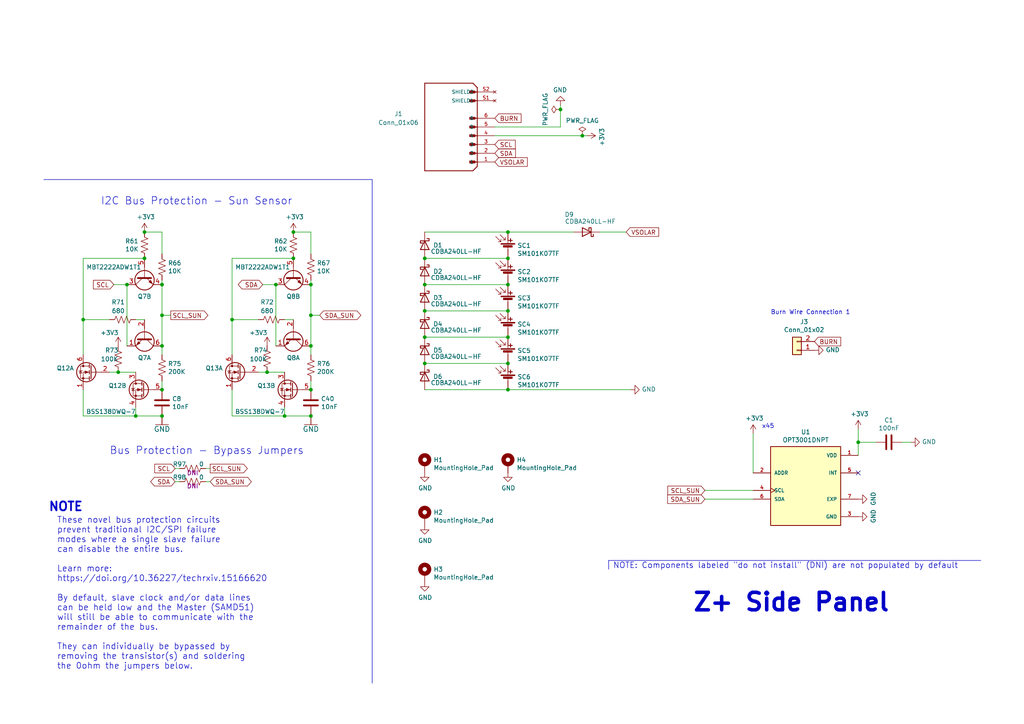
<source format=kicad_sch>
(kicad_sch (version 20230121) (generator eeschema)
  (paper "A4")
  (title_block (title "Sapling Z+ Side Panel") (date "2022-05-02") (rev "Flight Ver. 1") (company "Stanford SSI") (comment 1 "Grant Regen"))
  (lib_symbols
    (symbol "Connector_Generic:Conn_01x02" (pin_names (offset 1.016) hide)
      (property "Reference" "J" (at 0 2.54 0))
      (property "Value" "Conn_01x02" (at 0 -5.08 0))
      (symbol "Conn_01x02_1_1"
        (rectangle (start -1.27 -2.413) (end 0 -2.667) (stroke (width 0.1524)))
        (rectangle (start -1.27 0.127) (end 0 -0.127) (stroke (width 0.1524)))
        (rectangle (start -1.27 1.27) (end 1.27 -3.81) (stroke (width 0.254)) (fill (type background)))
        (pin passive line (at -5.08 0 0) (length 3.81) (name "Pin_1") (number "1"))
        (pin passive line (at -5.08 -2.54 0) (length 3.81) (name "Pin_2") (number "2"))
      )
    )
    (symbol "Device:C" (pin_numbers hide) (pin_names (offset 0.254))
      (property "Reference" "C" (at 0.635 2.54 0))
      (property "Value" "C" (at 0.635 -2.54 0))
      (symbol "C_0_1"
        (polyline (pts (xy -2.032 -0.762) (xy 2.032 -0.762)) (stroke (width 0.508)))
        (polyline (pts (xy -2.032 0.762) (xy 2.032 0.762)) (stroke (width 0.508)))
      )
      (symbol "C_1_1"
        (pin passive line (at 0 3.81 270) (length 2.794) (name "~") (number "1"))
        (pin passive line (at 0 -3.81 90) (length 2.794) (name "~") (number "2"))
      )
    )
    (symbol "Device:R_US" (pin_numbers hide) (pin_names (offset 0))
      (property "Reference" "R" (at 2.54 0 90))
      (property "Value" "R_US" (at -2.54 0 90))
      (symbol "R_US_0_1"
        (polyline (pts (xy 0 -2.286) (xy 0 -2.54)))
        (polyline (pts (xy 0 2.286) (xy 0 2.54)))
        (polyline (pts (xy 0 -0.762) (xy 1.016 -1.143) (xy 0 -1.524) (xy -1.016 -1.905) (xy 0 -2.286)))
        (polyline (pts (xy 0 0.762) (xy 1.016 0.381) (xy 0 0) (xy -1.016 -0.381) (xy 0 -0.762)))
        (polyline (pts (xy 0 2.286) (xy 1.016 1.905) (xy 0 1.524) (xy -1.016 1.143) (xy 0 0.762)))
      )
      (symbol "R_US_1_1"
        (pin passive line (at 0 3.81 270) (length 1.27) (name "~") (number "1"))
        (pin passive line (at 0 -3.81 90) (length 1.27) (name "~") (number "2"))
      )
    )
    (symbol "Mechanical:MountingHole_Pad" (pin_numbers hide) (pin_names (offset 1.016) hide)
      (property "Reference" "H" (at 0 6.35 0))
      (property "Value" "MountingHole_Pad" (at 0 4.445 0))
      (symbol "MountingHole_Pad_0_1"
        (circle (center 0 1.27) (radius 1.27) (stroke (width 1.27)))
      )
      (symbol "MountingHole_Pad_1_1"
        (pin input line (at 0 -2.54 90) (length 2.54) (name "1") (number "1"))
      )
    )
    (symbol "Transistor_BJT:MBT2222ADW1T1" (pin_names (offset 0) hide)
      (property "Reference" "Q" (at 5.08 1.27 0))
      (property "Value" "MBT2222ADW1T1" (at 5.08 -1.27 0))
      (symbol "MBT2222ADW1T1_0_1"
        (polyline (pts (xy 0.635 0) (xy -2.54 0)))
        (polyline (pts (xy 0.635 0.635) (xy 2.54 2.54)))
        (polyline (pts (xy 0.635 -0.635) (xy 2.54 -2.54) (xy 2.54 -2.54)))
        (polyline (pts (xy 0.635 1.905) (xy 0.635 -1.905) (xy 0.635 -1.905)) (stroke (width 0.508)))
        (polyline (pts (xy 1.27 -1.778) (xy 1.778 -1.27) (xy 2.286 -2.286) (xy 1.27 -1.778) (xy 1.27 -1.778)) (fill (type outline)))
        (circle (center 1.27 0) (radius 2.8194) (stroke (width 0.254)))
      )
      (symbol "MBT2222ADW1T1_1_1"
        (pin passive line (at 2.54 -5.08 90) (length 2.54) (name "E1") (number "1"))
        (pin input line (at -5.08 0 0) (length 2.54) (name "B1") (number "2"))
        (pin passive line (at 2.54 5.08 270) (length 2.54) (name "C1") (number "6"))
      )
      (symbol "MBT2222ADW1T1_2_1"
        (pin passive line (at 2.54 5.08 270) (length 2.54) (name "C2") (number "3"))
        (pin passive line (at 2.54 -5.08 90) (length 2.54) (name "E2") (number "4"))
        (pin input line (at -5.08 0 0) (length 2.54) (name "B2") (number "5"))
      )
    )
    (symbol "mainboard:GND" (power) (pin_names (offset 1.016))
      (property "Value" "GND" (at -2.54 -2.54 0))
      (symbol "GND_1_0"
        (polyline (pts (xy -1.905 0) (xy 1.905 0)))
        (pin power_in line (at 0 2.54 270) (length 2.54) (name "GND") (number "1"))
      )
    )
    (symbol "power:+3.3V" (power) (pin_names (offset 0))
      (property "Value" "+3.3V" (at 0 3.556 0))
      (symbol "+3.3V_0_1"
        (polyline (pts (xy -0.762 1.27) (xy 0 2.54)))
        (polyline (pts (xy 0 0) (xy 0 2.54)))
        (polyline (pts (xy 0 2.54) (xy 0.762 1.27)))
      )
      (symbol "+3.3V_1_1"
        (pin power_in line (at 0 0 90) (length 0) hide (name "+3V3") (number "1"))
      )
    )
    (symbol "power:GND" (power) (pin_names (offset 0))
      (property "Value" "GND" (at 0 -3.81 0))
      (symbol "GND_0_1"
        (polyline (pts (xy 0 0) (xy 0 -1.27) (xy 1.27 -1.27) (xy 0 -2.54) (xy -1.27 -1.27) (xy 0 -1.27)))
      )
      (symbol "GND_1_1"
        (pin power_in line (at 0 0 270) (length 0) hide (name "GND") (number "1"))
      )
    )
    (symbol "power:PWR_FLAG" (power) (pin_numbers hide) (pin_names (offset 0) hide)
      (property "Value" "PWR_FLAG" (at 0 3.81 0))
      (symbol "PWR_FLAG_0_0"
        (pin power_out line (at 0 0 90) (length 0) (name "pwr") (number "1"))
      )
      (symbol "PWR_FLAG_0_1"
        (polyline (pts (xy 0 0) (xy 0 1.27) (xy -1.016 1.905) (xy 0 2.54) (xy 1.016 1.905) (xy 0 1.27)))
      )
    )
    (symbol "sidepanels:2053380006" (pin_names (offset 1.016))
      (property "Reference" "J" (at -7.62 13.97 0))
      (property "Value" "2053380006" (at -7.62 -15.24 0))
      (symbol "2053380006_0_0"
        (rectangle (start -6.985 -10.4648) (end -5.3848 -9.8298) (fill (type outline)))
        (rectangle (start -6.985 -7.9248) (end -5.3848 -7.2898) (fill (type outline)))
        (rectangle (start -6.985 -2.8448) (end -5.3848 -2.2098) (fill (type outline)))
        (rectangle (start -6.985 -0.3048) (end -5.3848 0.3048) (fill (type outline)))
        (rectangle (start -6.985 2.2098) (end -5.3848 2.8448) (fill (type outline)))
        (rectangle (start -6.985 4.7498) (end -5.3848 5.3848) (fill (type outline)))
        (rectangle (start -6.985 7.2898) (end -5.3848 7.9248) (fill (type outline)))
        (rectangle (start -6.985 9.8298) (end -5.3848 10.4648) (fill (type outline)))
        (polyline (pts (xy -7.62 -11.43) (xy -6.35 -12.7)) (stroke (width 0.254)))
        (polyline (pts (xy -7.62 -10.16) (xy -5.715 -10.16)) (stroke (width 0.254)))
        (polyline (pts (xy -7.62 -7.62) (xy -5.715 -7.62)) (stroke (width 0.254)))
        (polyline (pts (xy -7.62 -2.54) (xy -7.62 -11.43)) (stroke (width 0.254)))
        (polyline (pts (xy -7.62 -2.54) (xy -5.715 -2.54)) (stroke (width 0.254)))
        (polyline (pts (xy -7.62 0) (xy -7.62 -2.54)) (stroke (width 0.254)))
        (polyline (pts (xy -7.62 0) (xy -5.715 0)) (stroke (width 0.254)))
        (polyline (pts (xy -7.62 2.54) (xy -7.62 0)) (stroke (width 0.254)))
        (polyline (pts (xy -7.62 2.54) (xy -5.715 2.54)) (stroke (width 0.254)))
        (polyline (pts (xy -7.62 5.08) (xy -7.62 2.54)) (stroke (width 0.254)))
        (polyline (pts (xy -7.62 5.08) (xy -5.715 5.08)) (stroke (width 0.254)))
        (polyline (pts (xy -7.62 7.62) (xy -5.715 7.62)) (stroke (width 0.254)))
        (polyline (pts (xy -7.62 10.16) (xy -5.715 10.16)) (stroke (width 0.254)))
        (polyline (pts (xy -7.62 11.43) (xy -7.62 5.08)) (stroke (width 0.254)))
        (polyline (pts (xy -7.62 11.43) (xy -6.35 12.7)) (stroke (width 0.254)))
        (polyline (pts (xy -6.35 -12.7) (xy 7.62 -12.7)) (stroke (width 0.254)))
        (polyline (pts (xy 7.62 -12.7) (xy 7.62 12.7)) (stroke (width 0.254)))
        (polyline (pts (xy 7.62 12.7) (xy -6.35 12.7)) (stroke (width 0.254)))
        (pin passive line (at -12.7 10.16 0) (length 5.08) (name "1") (number "1"))
        (pin passive line (at -12.7 7.62 0) (length 5.08) (name "2") (number "2"))
        (pin passive line (at -12.7 5.08 0) (length 5.08) (name "3") (number "3"))
        (pin passive line (at -12.7 2.54 0) (length 5.08) (name "4") (number "4"))
        (pin passive line (at -12.7 0 0) (length 5.08) (name "5") (number "5"))
        (pin passive line (at -12.7 -2.54 0) (length 5.08) (name "6") (number "6"))
        (pin no_connect line (at -12.7 -7.62 0) (length 5.08) (name "SHIELD1") (number "S1"))
        (pin no_connect line (at -12.7 -10.16 0) (length 5.08) (name "SHIELD2") (number "S2"))
      )
    )
    (symbol "sidepanels:BSS138DWQ-7" (pin_names (offset 0.762) hide)
      (property "Reference" "Q" (at -2.54 5.08 0))
      (property "Value" "BSS138DWQ-7" (at 3.81 6.35 0))
      (symbol "BSS138DWQ-7_1_1"
        (polyline (pts (xy -1.016 0) (xy -3.81 0)))
        (polyline (pts (xy -1.016 1.905) (xy -1.016 -1.905)) (stroke (width 0.254)))
        (polyline (pts (xy -0.508 -1.27) (xy -0.508 -2.286)) (stroke (width 0.254)))
        (polyline (pts (xy -0.508 0.508) (xy -0.508 -0.508)) (stroke (width 0.254)))
        (polyline (pts (xy -0.508 2.286) (xy -0.508 1.27)) (stroke (width 0.254)))
        (polyline (pts (xy 1.27 2.54) (xy 1.27 1.778)))
        (polyline (pts (xy 1.27 -2.54) (xy 1.27 0) (xy -0.508 0)))
        (polyline (pts (xy -0.508 -1.778) (xy 2.032 -1.778) (xy 2.032 1.778) (xy -0.508 1.778)))
        (polyline (pts (xy -0.254 0) (xy 0.762 0.381) (xy 0.762 -0.381) (xy -0.254 0)) (fill (type outline)))
        (polyline (pts (xy 1.524 0.508) (xy 1.651 0.381) (xy 2.413 0.381) (xy 2.54 0.254)))
        (polyline (pts (xy 2.032 0.381) (xy 1.651 -0.254) (xy 2.413 -0.254) (xy 2.032 0.381)))
        (circle (center 0.381 0) (radius 2.794) (stroke (width 0.254)))
        (circle (center 1.27 -1.778) (radius 0.254) (fill (type outline)))
        (circle (center 1.27 1.778) (radius 0.254) (fill (type outline)))
        (pin passive line (at 1.27 -5.08 90) (length 2.54) (name "S2") (number "1"))
        (pin input line (at -6.35 0 0) (length 2.54) (name "G2") (number "2"))
        (pin passive line (at 1.27 5.08 270) (length 2.54) (name "D1") (number "6"))
      )
      (symbol "BSS138DWQ-7_2_1"
        (polyline (pts (xy -1.016 0) (xy -3.81 0)))
        (polyline (pts (xy -1.016 1.905) (xy -1.016 -1.905)) (stroke (width 0.254)))
        (polyline (pts (xy -0.508 -1.27) (xy -0.508 -2.286)) (stroke (width 0.254)))
        (polyline (pts (xy -0.508 0.508) (xy -0.508 -0.508)) (stroke (width 0.254)))
        (polyline (pts (xy -0.508 2.286) (xy -0.508 1.27)) (stroke (width 0.254)))
        (polyline (pts (xy 1.27 2.54) (xy 1.27 1.778)))
        (polyline (pts (xy 1.27 -2.54) (xy 1.27 0) (xy -0.508 0)))
        (polyline (pts (xy -0.508 -1.778) (xy 2.032 -1.778) (xy 2.032 1.778) (xy -0.508 1.778)))
        (polyline (pts (xy -0.254 0) (xy 0.762 0.381) (xy 0.762 -0.381) (xy -0.254 0)) (fill (type outline)))
        (polyline (pts (xy 1.524 0.508) (xy 1.651 0.381) (xy 2.413 0.381) (xy 2.54 0.254)))
        (polyline (pts (xy 2.032 0.381) (xy 1.651 -0.254) (xy 2.413 -0.254) (xy 2.032 0.381)))
        (circle (center 0.381 0) (radius 2.794) (stroke (width 0.254)))
        (circle (center 1.27 -1.778) (radius 0.254) (fill (type outline)))
        (circle (center 1.27 1.778) (radius 0.254) (fill (type outline)))
        (pin passive line (at 1.27 5.08 270) (length 2.54) (name "D2") (number "3"))
        (pin passive line (at 1.27 -5.08 90) (length 2.54) (name "S1") (number "4"))
        (pin input line (at -6.35 0 0) (length 2.54) (name "G1") (number "5"))
      )
    )
    (symbol "sidepanels:CDBA240LL-HF" (pin_numbers hide) (pin_names (offset 1.016) hide)
      (property "Reference" "D" (at 0 2.54 0))
      (property "Value" "CDBA240LL-HF" (at 0 -2.54 0))
      (symbol "CDBA240LL-HF_0_1"
        (polyline (pts (xy 1.27 0) (xy -1.27 0)))
        (polyline (pts (xy 1.27 1.27) (xy 1.27 -1.27) (xy -1.27 0) (xy 1.27 1.27)) (stroke (width 0.254)))
        (polyline (pts (xy -1.905 0.635) (xy -1.905 1.27) (xy -1.27 1.27) (xy -1.27 -1.27) (xy -0.635 -1.27) (xy -0.635 -0.635)) (stroke (width 0.254)))
      )
      (symbol "CDBA240LL-HF_1_1"
        (pin passive line (at -3.81 0 0) (length 2.54) (name "K") (number "1"))
        (pin passive line (at 3.81 0 180) (length 2.54) (name "A") (number "2"))
      )
    )
    (symbol "sidepanels:OPT3001DNPT" (pin_names (offset 1.016))
      (property "Reference" "U" (at -10.16 13.97 0))
      (property "Value" "OPT3001DNPT" (at -6.35 -12.7 0))
      (symbol "OPT3001DNPT_0_0"
        (rectangle (start -10.16 -10.16) (end 10.16 12.7) (stroke (width 0.254)) (fill (type background)))
        (pin power_in line (at 15.24 10.16 180) (length 5.08) (name "VDD") (number "1"))
        (pin input line (at -15.24 5.08 0) (length 5.08) (name "ADDR") (number "2"))
        (pin power_in line (at 15.24 -7.62 180) (length 5.08) (name "GND") (number "3"))
        (pin input clock (at -15.24 0 0) (length 5.08) (name "SCL") (number "4"))
        (pin output line (at 15.24 5.08 180) (length 5.08) (name "INT") (number "5"))
        (pin bidirectional line (at -15.24 -2.54 0) (length 5.08) (name "SDA") (number "6"))
        (pin passive line (at 15.24 -2.54 180) (length 5.08) (name "EXP") (number "7"))
      )
    )
    (symbol "sidepanels:SM101K07TF" (pin_numbers hide) (pin_names (offset 0) hide)
      (property "Reference" "SC" (at 2.54 2.54 0))
      (property "Value" "SM101K07TF" (at 2.54 0 0))
      (symbol "SM101K07TF_0_1"
        (rectangle (start -2.032 1.778) (end 2.032 1.524) (fill (type outline)))
        (rectangle (start -1.3208 1.1938) (end 1.27 0.6858) (fill (type outline)))
        (polyline (pts (xy -2.032 2.286) (xy -3.556 3.81)))
        (polyline (pts (xy -0.762 2.794) (xy -2.286 4.318)))
        (polyline (pts (xy 0 0.762) (xy 0 0)))
        (polyline (pts (xy 0 1.778) (xy 0 2.54)))
        (polyline (pts (xy 0.254 2.667) (xy 1.27 2.667)) (stroke (width 0.254)))
        (polyline (pts (xy 0.762 3.175) (xy 0.762 2.159)) (stroke (width 0.254)))
        (polyline (pts (xy -2.032 3.048) (xy -2.032 2.286) (xy -2.794 2.286)))
        (polyline (pts (xy -0.762 3.556) (xy -0.762 2.794) (xy -1.524 2.794)))
      )
      (symbol "SM101K07TF_1_1"
        (pin passive line (at 0 5.08 270) (length 2.54) (name "+") (number "1"))
        (pin passive line (at 0 -2.54 90) (length 2.54) (name "-") (number "2"))
      )
    )
  )
  (junction (at 46.99 91.44))
  (junction (at 123.19 82.55))
  (junction (at 34.29 107.95))
  (junction (at 248.92 128.27))
  (junction (at 46.99 120.65))
  (junction (at 67.31 92.71))
  (junction (at 147.32 82.55))
  (junction (at 85.09 67.31))
  (junction (at 90.17 100.33))
  (junction (at 168.91 39.37))
  (junction (at 39.37 120.65))
  (junction (at 147.32 74.93))
  (junction (at 123.19 105.41))
  (junction (at 85.09 74.93))
  (junction (at 147.32 67.31))
  (junction (at 90.17 120.65))
  (junction (at 162.56 31.75))
  (junction (at 123.19 97.79))
  (junction (at 90.17 82.55))
  (junction (at 147.32 97.79))
  (junction (at 41.91 67.31))
  (junction (at 80.01 82.55))
  (junction (at 90.17 91.44))
  (junction (at 147.32 105.41))
  (junction (at 123.19 74.93))
  (junction (at 46.99 100.33))
  (junction (at 123.19 90.17))
  (junction (at 90.17 113.03))
  (junction (at 82.55 120.65))
  (junction (at 24.13 92.71))
  (junction (at 147.32 90.17))
  (junction (at 147.32 113.03))
  (junction (at 41.91 74.93))
  (junction (at 36.83 82.55))
  (junction (at 46.99 113.03))
  (junction (at 46.99 82.55))
  (junction (at 77.47 107.95))
  (no_connect (at 248.92 137.16))
  (wire (pts (xy 24.13 113.03) (xy 24.13 120.65)))
  (wire (pts (xy 46.99 110.49) (xy 46.99 113.03)))
  (wire (pts (xy 123.19 105.41) (xy 147.32 105.41)))
  (wire (pts (xy 46.99 91.44) (xy 46.99 82.55)))
  (wire (pts (xy 254 128.27) (xy 248.92 128.27)))
  (wire (pts (xy 123.19 82.55) (xy 147.32 82.55)))
  (wire (pts (xy 173.99 67.31) (xy 181.61 67.31)))
  (wire (pts (xy 39.37 120.65) (xy 46.99 120.65)))
  (wire (pts (xy 90.17 73.66) (xy 90.17 67.31)))
  (wire (pts (xy 143.51 36.83) (xy 162.56 36.83)))
  (wire (pts (xy 50.8 139.7) (xy 52.07 139.7)))
  (wire (pts (xy 24.13 102.87) (xy 24.13 92.71)))
  (polyline (pts (xy 107.95 52.07) (xy 107.95 198.12)))
  (wire (pts (xy 41.91 92.71) (xy 39.37 92.71)))
  (wire (pts (xy 36.83 82.55) (xy 36.83 100.33)))
  (wire (pts (xy 123.19 113.03) (xy 147.32 113.03)))
  (wire (pts (xy 46.99 100.33) (xy 46.99 91.44)))
  (wire (pts (xy 168.91 39.37) (xy 170.18 39.37)))
  (wire (pts (xy 24.13 74.93) (xy 41.91 74.93)))
  (wire (pts (xy 24.13 92.71) (xy 31.75 92.71)))
  (wire (pts (xy 60.96 135.89) (xy 59.69 135.89)))
  (wire (pts (xy 80.01 82.55) (xy 80.01 100.33)))
  (wire (pts (xy 248.92 132.08) (xy 248.92 128.27)))
  (wire (pts (xy 46.99 102.87) (xy 46.99 100.33)))
  (wire (pts (xy 39.37 107.95) (xy 34.29 107.95)))
  (wire (pts (xy 147.32 113.03) (xy 182.88 113.03)))
  (wire (pts (xy 39.37 118.11) (xy 39.37 120.65)))
  (wire (pts (xy 90.17 100.33) (xy 90.17 91.44)))
  (wire (pts (xy 123.19 67.31) (xy 147.32 67.31)))
  (wire (pts (xy 34.29 107.95) (xy 31.75 107.95)))
  (wire (pts (xy 82.55 107.95) (xy 77.47 107.95)))
  (wire (pts (xy 143.51 39.37) (xy 168.91 39.37)))
  (wire (pts (xy 67.31 74.93) (xy 85.09 74.93)))
  (wire (pts (xy 77.47 107.95) (xy 74.93 107.95)))
  (wire (pts (xy 248.92 128.27) (xy 248.92 124.46)))
  (wire (pts (xy 90.17 102.87) (xy 90.17 100.33)))
  (wire (pts (xy 90.17 67.31) (xy 85.09 67.31)))
  (wire (pts (xy 162.56 31.75) (xy 162.56 30.48)))
  (wire (pts (xy 204.47 142.24) (xy 218.44 142.24)))
  (wire (pts (xy 85.09 92.71) (xy 82.55 92.71)))
  (wire (pts (xy 67.31 102.87) (xy 67.31 92.71)))
  (wire (pts (xy 90.17 81.28) (xy 90.17 82.55)))
  (wire (pts (xy 76.2 82.55) (xy 80.01 82.55)))
  (wire (pts (xy 24.13 92.71) (xy 24.13 74.93)))
  (wire (pts (xy 33.02 82.55) (xy 36.83 82.55)))
  (wire (pts (xy 82.55 120.65) (xy 90.17 120.65)))
  (wire (pts (xy 67.31 113.03) (xy 67.31 120.65)))
  (wire (pts (xy 162.56 36.83) (xy 162.56 31.75)))
  (wire (pts (xy 67.31 120.65) (xy 82.55 120.65)))
  (polyline (pts (xy 176.53 162.56) (xy 284.48 162.56)))
  (wire (pts (xy 49.53 91.44) (xy 46.99 91.44)))
  (wire (pts (xy 82.55 118.11) (xy 82.55 120.65)))
  (wire (pts (xy 92.71 91.44) (xy 90.17 91.44)))
  (wire (pts (xy 46.99 73.66) (xy 46.99 67.31)))
  (wire (pts (xy 46.99 81.28) (xy 46.99 82.55)))
  (polyline (pts (xy 176.53 165.1) (xy 176.53 162.56)))
  (wire (pts (xy 60.96 139.7) (xy 59.69 139.7)))
  (wire (pts (xy 261.62 128.27) (xy 264.16 128.27)))
  (wire (pts (xy 123.19 90.17) (xy 147.32 90.17)))
  (polyline (pts (xy 107.95 52.07) (xy 12.7 52.07)))
  (wire (pts (xy 218.44 137.16) (xy 218.44 125.73)))
  (wire (pts (xy 24.13 120.65) (xy 39.37 120.65)))
  (wire (pts (xy 50.8 135.89) (xy 52.07 135.89)))
  (wire (pts (xy 166.37 67.31) (xy 147.32 67.31)))
  (wire (pts (xy 67.31 92.71) (xy 74.93 92.71)))
  (wire (pts (xy 204.47 144.78) (xy 218.44 144.78)))
  (wire (pts (xy 123.19 74.93) (xy 147.32 74.93)))
  (wire (pts (xy 123.19 97.79) (xy 147.32 97.79)))
  (wire (pts (xy 90.17 110.49) (xy 90.17 113.03)))
  (wire (pts (xy 67.31 92.71) (xy 67.31 74.93)))
  (wire (pts (xy 90.17 91.44) (xy 90.17 82.55)))
  (wire (pts (xy 46.99 67.31) (xy 41.91 67.31)))
  (text "Burn Wire Connection 1\n" (at 223.52 91.44 0) (effects (font (size 1.27 1.27)) (justify left bottom)))
  (text "These novel bus protection circuits\nprevent traditional I2C/SPI failure \nmodes where a single slave failure\ncan disable the entire bus.\n\nLearn more: \nhttps://doi.org/10.36227/techrxiv.15166620\n\nBy default, slave clock and/or data lines \ncan be held low and the Master (SAMD51) \nwill still be able to communicate with the \nremainder of the bus.\n\nThey can individually be bypassed by \nremoving the transistor(s) and soldering\nthe 0ohm the jumpers below." (at 16.51 194.31 0) (effects (font (size 1.7526 1.7526)) (justify left bottom)))
  (text "Z+ Side Panel" (at 200.66 177.8 0) (effects (font (size 5.08 5.08) (thickness 1.016) bold) (justify left bottom)))
  (text "x45" (at 220.98 124.46 0) (effects (font (size 1.27 1.27)) (justify left bottom)))
  (text "NOTE: Components labeled \"do not install\" (DNI) are not populated by default" (at 177.8 165.1 0) (effects (font (size 1.651 1.651)) (justify left bottom)))
  (text "I2C Bus Protection - Sun Sensor" (at 29.21 59.69 0) (effects (font (size 2.159 2.159)) (justify left bottom)))
  (text "NOTE" (at 13.97 148.59 0) (effects (font (size 2.54 2.54) (thickness 0.508) bold) (justify left bottom)))
  (text "Bus Protection - Bypass Jumpers" (at 31.75 132.08 0) (effects (font (size 2.159 2.159)) (justify left bottom)))
  (global_label "VSOLAR" (shape input) (at 181.61 67.31 0) (property "Intersheetrefs" "${INTERSHEET_REFS}" (effects hide)))
  (global_label "SCL" (shape input) (at 143.51 41.91 0) (property "Intersheetrefs" "${INTERSHEET_REFS}" (effects hide)))
  (global_label "SCL_SUN" (shape output) (at 49.53 91.44 0) (property "Intersheetrefs" "${INTERSHEET_REFS}" (effects hide)))
  (global_label "SDA" (shape bidirectional) (at 50.8 139.7 180) (property "Intersheetrefs" "${INTERSHEET_REFS}" (effects hide)))
  (global_label "BURN" (shape input) (at 143.51 34.29 0) (property "Intersheetrefs" "${INTERSHEET_REFS}" (effects hide)))
  (global_label "SCL_SUN" (shape output) (at 60.96 135.89 0) (property "Intersheetrefs" "${INTERSHEET_REFS}" (effects hide)))
  (global_label "SCL" (shape input) (at 33.02 82.55 180) (property "Intersheetrefs" "${INTERSHEET_REFS}" (effects hide)))
  (global_label "SCL" (shape input) (at 50.8 135.89 180) (property "Intersheetrefs" "${INTERSHEET_REFS}" (effects hide)))
  (global_label "SDA" (shape bidirectional) (at 76.2 82.55 180) (property "Intersheetrefs" "${INTERSHEET_REFS}" (effects hide)))
  (global_label "BURN" (shape input) (at 236.22 99.06 0) (property "Intersheetrefs" "${INTERSHEET_REFS}" (effects hide)))
  (global_label "SDA" (shape input) (at 143.51 44.45 0) (property "Intersheetrefs" "${INTERSHEET_REFS}" (effects hide)))
  (global_label "SDA_SUN" (shape bidirectional) (at 60.96 139.7 0) (property "Intersheetrefs" "${INTERSHEET_REFS}" (effects hide)))
  (global_label "SDA_SUN" (shape input) (at 204.47 144.78 180) (property "Intersheetrefs" "${INTERSHEET_REFS}" (effects hide)))
  (global_label "VSOLAR" (shape input) (at 143.51 46.99 0) (property "Intersheetrefs" "${INTERSHEET_REFS}" (effects hide)))
  (global_label "SCL_SUN" (shape input) (at 204.47 142.24 180) (property "Intersheetrefs" "${INTERSHEET_REFS}" (effects hide)))
  (global_label "SDA_SUN" (shape bidirectional) (at 92.71 91.44 0) (property "Intersheetrefs" "${INTERSHEET_REFS}" (effects hide)))
  (symbol (lib_id "sidepanels:BSS138DWQ-7") (at 25.4 107.95 0) (mirror y) (unit 1)
    (property "Reference" "Q12" (at 21.463 106.7816 0) (effects (justify left)))
    (property "Value" "BSS138DWQ-7" (at 39.37 119.38 0) (effects (justify left)))
    (property "Footprint" "panels:BSS138DWQ-7" (effects hide))
    (property "Datasheet" "https://www.diodes.com/assets/Datasheets/BSS138DWQ.pdf" (effects hide))
    (property "Description" "MOSFET BSS Family" (effects hide))
    (property "Flight" "BSS138DWQ-7" (effects hide))
    (property "Manufacturer_Name" "Diodes Inc." (effects hide))
    (property "Manufacturer_Part_Number" "BSS138DWQ-7" (effects hide))
    (property "Proto" "BSS138DWQ-7" (effects hide))
    (property "Height" "1.1" (effects hide))
    (property "Mouser Part Number" "621-BSS138DWQ-7" (effects hide))
    (property "Mouser Price/Stock" "https://www.mouser.co.uk/ProductDetail/Diodes-Incorporated/BSS138DWQ-7?qs=nJRy1mI8RR9wz3YdMQOQIA%3D%3D" (effects hide))
  )
  (symbol (lib_id "sidepanels:BSS138DWQ-7") (at 40.64 113.03 0) (mirror y) (unit 2)
    (property "Reference" "Q12" (at 36.703 111.8616 0) (effects (justify left)))
    (property "Value" "BSS138DWQ-7" (effects hide))
    (property "Footprint" "panels:BSS138DWQ-7" (effects hide))
    (property "Datasheet" "https://www.diodes.com/assets/Datasheets/BSS138DWQ.pdf" (effects hide))
    (property "Description" "MOSFET BSS Family" (effects hide))
    (property "Flight" "BSS138DWQ-7" (effects hide))
    (property "Manufacturer_Name" "Diodes Inc." (effects hide))
    (property "Manufacturer_Part_Number" "BSS138DWQ-7" (effects hide))
    (property "Proto" "BSS138DWQ-7" (effects hide))
    (property "Height" "1.1" (effects hide))
    (property "Mouser Part Number" "621-BSS138DWQ-7" (effects hide))
    (property "Mouser Price/Stock" "https://www.mouser.co.uk/ProductDetail/Diodes-Incorporated/BSS138DWQ-7?qs=nJRy1mI8RR9wz3YdMQOQIA%3D%3D" (effects hide))
  )
  (symbol (lib_id "Transistor_BJT:MBT2222ADW1T1") (at 41.91 97.79 270) (unit 1)
    (property "Reference" "Q7" (at 41.91 103.7844 90))
    (property "Value" "MBT2222ADW1T1" (effects hide))
    (property "Footprint" "Package_TO_SOT_SMD:SOT-363_SC-70-6" (effects hide))
    (property "Datasheet" "http://www.onsemi.com/pub_link/Collateral/MBT2222ADW1T1-D.PDF" (effects hide))
    (property "Description" "Dual NPN BJT - 2NPN" (effects hide))
    (property "Flight" "MBT2222ADW1T1G" (effects hide))
    (property "Manufacturer_Name" "ON Semiconductor" (effects hide))
    (property "Manufacturer_Part_Number" "MBT2222ADW1T1G" (effects hide))
    (property "Proto" "MBT2222ADW1T1G" (effects hide))
  )
  (symbol (lib_id "Transistor_BJT:MBT2222ADW1T1") (at 41.91 80.01 90) (mirror x) (unit 2)
    (property "Reference" "Q7" (at 41.91 85.979 90))
    (property "Value" "MBT2222ADW1T1" (at 33.02 77.47 90))
    (property "Footprint" "Package_TO_SOT_SMD:SOT-363_SC-70-6" (effects hide))
    (property "Datasheet" "http://www.onsemi.com/pub_link/Collateral/MBT2222ADW1T1-D.PDF" (effects hide))
    (property "Description" "Dual NPN BJT - 2NPN" (effects hide))
    (property "Flight" "MBT2222ADW1T1G" (effects hide))
    (property "Manufacturer_Name" "ON Semiconductor" (effects hide))
    (property "Manufacturer_Part_Number" "MBT2222ADW1T1G" (effects hide))
    (property "Proto" "MBT2222ADW1T1G" (effects hide))
  )
  (symbol (lib_id "Device:C") (at 46.99 116.84 0) (unit 1)
    (property "Reference" "C8" (at 49.911 115.6716 0) (effects (justify left)))
    (property "Value" "10nF" (at 49.911 117.983 0) (effects (justify left)))
    (property "Footprint" "Capacitor_SMD:C_0603_1608Metric" (effects hide))
    (property "Description" "10nF +-10% 50V X7R" (effects hide))
  )
  (symbol (lib_id "mainboard:GND") (at 46.99 123.19 0) (unit 1)
    (property "Reference" "#GND045" (effects hide))
    (property "Value" "GND" (at 46.99 124.46 0) (effects (font (size 1.4986 1.4986))))
  )
  (symbol (lib_id "Device:R_US") (at 46.99 77.47 0) (unit 1)
    (property "Reference" "R66" (at 48.7172 76.3016 0) (effects (justify left)))
    (property "Value" "10K" (at 48.7172 78.613 0) (effects (justify left)))
    (property "Footprint" "Resistor_SMD:R_0603_1608Metric" (effects hide))
    (property "Description" "10K 0603" (effects hide))
  )
  (symbol (lib_id "Device:R_US") (at 41.91 71.12 0) (unit 1)
    (property "Reference" "R61" (at 40.2082 69.9516 0) (effects (justify right)))
    (property "Value" "10K" (at 40.2082 72.263 0) (effects (justify right)))
    (property "Footprint" "Resistor_SMD:R_0603_1608Metric" (effects hide))
    (property "Description" "10K 0603" (effects hide))
  )
  (symbol (lib_id "Device:R_US") (at 35.56 92.71 270) (unit 1)
    (property "Reference" "R71" (at 34.29 87.63 90))
    (property "Value" "680" (at 34.29 90.17 90))
    (property "Footprint" "Resistor_SMD:R_0603_1608Metric" (effects hide))
    (property "Description" "680 0603" (effects hide))
  )
  (symbol (lib_id "Device:R_US") (at 34.29 104.14 0) (unit 1)
    (property "Reference" "R73" (at 30.48 101.6 0) (effects (justify left)))
    (property "Value" "100K" (at 29.21 104.14 0) (effects (justify left)))
    (property "Footprint" "Resistor_SMD:R_0603_1608Metric" (effects hide))
    (property "Description" "100K 0603" (effects hide))
  )
  (symbol (lib_id "Device:R_US") (at 46.99 106.68 0) (unit 1)
    (property "Reference" "R75" (at 48.7172 105.5116 0) (effects (justify left)))
    (property "Value" "200K" (at 48.7172 107.823 0) (effects (justify left)))
    (property "Footprint" "Resistor_SMD:R_0603_1608Metric" (effects hide))
    (property "Description" "200K 0603" (effects hide))
  )
  (symbol (lib_id "Transistor_BJT:MBT2222ADW1T1") (at 85.09 97.79 270) (unit 1)
    (property "Reference" "Q8" (at 85.09 103.7844 90))
    (property "Value" "MBT2222ADW1T1" (effects hide))
    (property "Footprint" "Package_TO_SOT_SMD:SOT-363_SC-70-6" (effects hide))
    (property "Datasheet" "http://www.onsemi.com/pub_link/Collateral/MBT2222ADW1T1-D.PDF" (effects hide))
    (property "Description" "Dual NPN BJT - 2NPN" (effects hide))
    (property "Flight" "MBT2222ADW1T1G" (effects hide))
    (property "Manufacturer_Name" "ON Semiconductor" (effects hide))
    (property "Manufacturer_Part_Number" "MBT2222ADW1T1G" (effects hide))
    (property "Proto" "MBT2222ADW1T1G" (effects hide))
  )
  (symbol (lib_id "Transistor_BJT:MBT2222ADW1T1") (at 85.09 80.01 90) (mirror x) (unit 2)
    (property "Reference" "Q8" (at 85.09 85.979 90))
    (property "Value" "MBT2222ADW1T1" (at 76.2 77.47 90))
    (property "Footprint" "Package_TO_SOT_SMD:SOT-363_SC-70-6" (effects hide))
    (property "Datasheet" "http://www.onsemi.com/pub_link/Collateral/MBT2222ADW1T1-D.PDF" (effects hide))
    (property "Description" "Dual NPN BJT - 2NPN" (effects hide))
    (property "Flight" "MBT2222ADW1T1G" (effects hide))
    (property "Manufacturer_Name" "ON Semiconductor" (effects hide))
    (property "Manufacturer_Part_Number" "MBT2222ADW1T1G" (effects hide))
    (property "Proto" "MBT2222ADW1T1G" (effects hide))
  )
  (symbol (lib_id "Device:C") (at 90.17 116.84 0) (unit 1)
    (property "Reference" "C40" (at 93.091 115.6716 0) (effects (justify left)))
    (property "Value" "10nF" (at 93.091 117.983 0) (effects (justify left)))
    (property "Footprint" "Capacitor_SMD:C_0603_1608Metric" (effects hide))
    (property "Description" "10nF +-10% 50V X7R" (effects hide))
  )
  (symbol (lib_id "mainboard:GND") (at 90.17 123.19 0) (unit 1)
    (property "Reference" "#GND046" (effects hide))
    (property "Value" "GND" (at 90.17 124.46 0) (effects (font (size 1.4986 1.4986))))
  )
  (symbol (lib_id "Device:R_US") (at 85.09 71.12 0) (unit 1)
    (property "Reference" "R62" (at 83.3882 69.9516 0) (effects (justify right)))
    (property "Value" "10K" (at 83.3882 72.263 0) (effects (justify right)))
    (property "Footprint" "Resistor_SMD:R_0603_1608Metric" (effects hide))
    (property "Description" "10K 0603" (effects hide))
  )
  (symbol (lib_id "Device:R_US") (at 78.74 92.71 270) (unit 1)
    (property "Reference" "R72" (at 77.47 87.63 90))
    (property "Value" "680" (at 77.47 90.17 90))
    (property "Footprint" "Resistor_SMD:R_0603_1608Metric" (effects hide))
    (property "Description" "680 0603" (effects hide))
  )
  (symbol (lib_id "sidepanels:BSS138DWQ-7") (at 83.82 113.03 0) (mirror y) (unit 2)
    (property "Reference" "Q13" (at 79.883 111.8616 0) (effects (justify left)))
    (property "Value" "BSS138DWQ-7" (effects hide))
    (property "Footprint" "panels:BSS138DWQ-7" (effects hide))
    (property "Datasheet" "https://www.diodes.com/assets/Datasheets/BSS138DWQ.pdf" (effects hide))
    (property "Description" "MOSFET BSS Family" (effects hide))
    (property "Flight" "BSS138DWQ-7" (effects hide))
    (property "Manufacturer_Name" "Diodes Inc." (effects hide))
    (property "Manufacturer_Part_Number" "BSS138DWQ-7" (effects hide))
    (property "Proto" "BSS138DWQ-7" (effects hide))
    (property "Height" "1.1" (effects hide))
    (property "Mouser Part Number" "621-BSS138DWQ-7" (effects hide))
    (property "Mouser Price/Stock" "https://www.mouser.co.uk/ProductDetail/Diodes-Incorporated/BSS138DWQ-7?qs=nJRy1mI8RR9wz3YdMQOQIA%3D%3D" (effects hide))
  )
  (symbol (lib_id "Device:R_US") (at 90.17 106.68 0) (unit 1)
    (property "Reference" "R76" (at 91.8972 105.5116 0) (effects (justify left)))
    (property "Value" "200K" (at 91.8972 107.823 0) (effects (justify left)))
    (property "Footprint" "Resistor_SMD:R_0603_1608Metric" (effects hide))
    (property "Description" "200K 0603" (effects hide))
  )
  (symbol (lib_id "Device:R_US") (at 77.47 104.14 0) (unit 1)
    (property "Reference" "R74" (at 73.66 101.6 0) (effects (justify left)))
    (property "Value" "100K" (at 72.39 104.14 0) (effects (justify left)))
    (property "Footprint" "Resistor_SMD:R_0603_1608Metric" (effects hide))
    (property "Description" "100K 0603" (effects hide))
  )
  (symbol (lib_id "sidepanels:BSS138DWQ-7") (at 68.58 107.95 0) (mirror y) (unit 1)
    (property "Reference" "Q13" (at 64.643 106.7816 0) (effects (justify left)))
    (property "Value" "BSS138DWQ-7" (at 82.55 119.38 0) (effects (justify left)))
    (property "Footprint" "panels:BSS138DWQ-7" (effects hide))
    (property "Datasheet" "https://www.diodes.com/assets/Datasheets/BSS138DWQ.pdf" (effects hide))
    (property "Description" "MOSFET BSS Family" (effects hide))
    (property "Flight" "BSS138DWQ-7" (effects hide))
    (property "Manufacturer_Name" "Diodes Inc." (effects hide))
    (property "Manufacturer_Part_Number" "BSS138DWQ-7" (effects hide))
    (property "Proto" "BSS138DWQ-7" (effects hide))
    (property "Height" "1.1" (effects hide))
    (property "Mouser Part Number" "621-BSS138DWQ-7" (effects hide))
    (property "Mouser Price/Stock" "https://www.mouser.co.uk/ProductDetail/Diodes-Incorporated/BSS138DWQ-7?qs=nJRy1mI8RR9wz3YdMQOQIA%3D%3D" (effects hide))
  )
  (symbol (lib_id "Device:R_US") (at 90.17 77.47 0) (unit 1)
    (property "Reference" "R67" (at 91.8972 76.3016 0) (effects (justify left)))
    (property "Value" "10K" (at 91.8972 78.613 0) (effects (justify left)))
    (property "Footprint" "Resistor_SMD:R_0603_1608Metric" (effects hide))
    (property "Description" "10K 0603" (effects hide))
  )
  (symbol (lib_id "Device:R_US") (at 55.88 135.89 270) (unit 1)
    (property "Reference" "R97" (at 52.07 134.62 90))
    (property "Value" "0" (at 58.42 134.62 90))
    (property "Footprint" "Resistor_SMD:R_0603_1608Metric" (effects hide))
    (property "DNI" "DNI" (at 55.88 137.16 90))
    (property "Description" "0 0603" (effects hide))
  )
  (symbol (lib_id "Device:R_US") (at 55.88 139.7 270) (unit 1)
    (property "Reference" "R98" (at 52.07 138.43 90))
    (property "Value" "0" (at 58.42 138.43 90))
    (property "Footprint" "Resistor_SMD:R_0603_1608Metric" (effects hide))
    (property "DNI" "DNI" (at 55.88 140.97 90))
    (property "Description" "0 0603" (effects hide))
  )
  (symbol (lib_id "sidepanels:CDBA240LL-HF") (at 123.19 78.74 270) (unit 1)
    (property "Reference" "D2" (at 127 78.74 90))
    (property "Value" "CDBA240LL-HF" (at 139.7 81.28 90) (effects (justify right bottom)))
    (property "Footprint" "panels:DO-214AC" (effects hide))
  )
  (symbol (lib_id "sidepanels:SM101K07TF") (at 147.32 80.01 0) (unit 1)
    (property "Reference" "SC2" (at 150.0632 78.8416 0) (effects (justify left)))
    (property "Value" "SM101K07TF" (at 150.0632 81.153 0) (effects (justify left)))
    (property "Footprint" "panels:SM101K07TF" (effects hide))
  )
  (symbol (lib_id "sidepanels:OPT3001DNPT") (at 233.68 142.24 0) (unit 1)
    (property "Reference" "U1" (at 233.68 125.2982 0))
    (property "Value" "OPT3001DNPT" (at 233.68 127.6096 0))
    (property "Footprint" "panels:OPT3001" (effects hide))
    (property "STANDARD" "IPC 7351B" (effects hide))
  )
  (symbol (lib_id "Device:C") (at 257.81 128.27 90) (unit 1)
    (property "Reference" "C1" (at 257.81 121.8692 90))
    (property "Value" "100nF" (at 257.81 124.1806 90))
    (property "Footprint" "Capacitor_SMD:C_0603_1608Metric" (effects hide))
  )
  (symbol (lib_id "power:GND") (at 248.92 144.78 90) (unit 1)
    (property "Reference" "#PWR0101" (effects hide))
    (property "Value" "GND" (at 253.3142 144.653 0))
  )
  (symbol (lib_id "power:+3.3V") (at 248.92 124.46 0) (unit 1)
    (property "Reference" "#PWR0102" (effects hide))
    (property "Value" "+3.3V" (at 249.301 120.0658 0))
  )
  (symbol (lib_id "power:GND") (at 264.16 128.27 90) (unit 1)
    (property "Reference" "#PWR0103" (effects hide))
    (property "Value" "GND" (at 267.4112 128.143 90) (effects (justify right)))
  )
  (symbol (lib_id "sidepanels:2053380006") (at 130.81 36.83 180) (unit 1)
    (property "Reference" "J1" (at 115.57 33.02 0))
    (property "Value" "Conn_01x06" (at 115.57 35.56 0))
    (property "Footprint" "panels:MOLEX_2053380006" (effects hide))
  )
  (symbol (lib_id "power:GND") (at 248.92 149.86 90) (unit 1)
    (property "Reference" "#PWR0112" (effects hide))
    (property "Value" "GND" (at 253.3142 149.733 0))
  )
  (symbol (lib_id "power:PWR_FLAG") (at 168.91 39.37 0) (unit 1)
    (property "Reference" "#FLG0101" (effects hide))
    (property "Value" "PWR_FLAG" (at 168.91 34.9758 0))
  )
  (symbol (lib_id "power:+3.3V") (at 170.18 39.37 270) (unit 1)
    (property "Reference" "#PWR0111" (effects hide))
    (property "Value" "+3.3V" (at 174.5742 39.751 0))
  )
  (symbol (lib_id "Mechanical:MountingHole_Pad") (at 123.19 134.62 0) (unit 1) (in_bom no)
    (property "Reference" "H1" (at 125.73 133.3754 0) (effects (justify left)))
    (property "Value" "MountingHole_Pad" (at 125.73 135.6868 0) (effects (justify left)))
    (property "Footprint" "MountingHole:MountingHole_2.2mm_M2_DIN965_Pad_TopBottom" (effects hide))
  )
  (symbol (lib_id "power:GND") (at 123.19 137.16 0) (unit 1)
    (property "Reference" "#PWR01" (effects hide))
    (property "Value" "GND" (at 123.317 141.5542 0))
  )
  (symbol (lib_id "Mechanical:MountingHole_Pad") (at 123.19 149.86 0) (unit 1) (in_bom no)
    (property "Reference" "H2" (at 125.73 148.6154 0) (effects (justify left)))
    (property "Value" "MountingHole_Pad" (at 125.73 150.9268 0) (effects (justify left)))
    (property "Footprint" "MountingHole:MountingHole_2.2mm_M2_DIN965_Pad_TopBottom" (effects hide))
  )
  (symbol (lib_id "power:GND") (at 123.19 152.4 0) (unit 1)
    (property "Reference" "#PWR0110" (effects hide))
    (property "Value" "GND" (at 123.317 156.7942 0))
  )
  (symbol (lib_id "Mechanical:MountingHole_Pad") (at 123.19 166.37 0) (unit 1) (in_bom no)
    (property "Reference" "H3" (at 125.73 165.1254 0) (effects (justify left)))
    (property "Value" "MountingHole_Pad" (at 125.73 167.4368 0) (effects (justify left)))
    (property "Footprint" "MountingHole:MountingHole_2.2mm_M2_DIN965_Pad_TopBottom" (effects hide))
  )
  (symbol (lib_id "power:GND") (at 123.19 168.91 0) (unit 1)
    (property "Reference" "#PWR03" (effects hide))
    (property "Value" "GND" (at 123.317 173.3042 0))
  )
  (symbol (lib_id "Mechanical:MountingHole_Pad") (at 147.32 134.62 0) (unit 1) (in_bom no)
    (property "Reference" "H4" (at 149.86 133.3754 0) (effects (justify left)))
    (property "Value" "MountingHole_Pad" (at 149.86 135.6868 0) (effects (justify left)))
    (property "Footprint" "MountingHole:MountingHole_2.2mm_M2_DIN965_Pad_TopBottom" (effects hide))
  )
  (symbol (lib_id "power:GND") (at 147.32 137.16 0) (unit 1)
    (property "Reference" "#PWR0113" (effects hide))
    (property "Value" "GND" (at 147.447 141.5542 0))
  )
  (symbol (lib_id "Connector_Generic:Conn_01x02") (at 231.14 101.6 180) (unit 1)
    (property "Reference" "J3" (at 233.2228 93.345 0))
    (property "Value" "Conn_01x02" (at 233.2228 95.6564 0))
    (property "Footprint" "panels:Burn_Wire_Connection" (effects hide))
  )
  (symbol (lib_id "power:GND") (at 162.56 30.48 180) (unit 1)
    (property "Reference" "#PWR02" (effects hide))
    (property "Value" "GND" (at 162.433 26.0858 0))
  )
  (symbol (lib_id "power:PWR_FLAG") (at 162.56 31.75 90) (unit 1)
    (property "Reference" "#FLG02" (effects hide))
    (property "Value" "PWR_FLAG" (at 158.1658 31.75 0))
  )
  (symbol (lib_id "power:+3.3V") (at 218.44 125.73 0) (unit 1)
    (property "Reference" "#PWR05" (effects hide))
    (property "Value" "+3.3V" (at 218.821 121.3358 0))
  )
  (symbol (lib_id "power:GND") (at 236.22 101.6 90) (unit 1)
    (property "Reference" "#PWR04" (effects hide))
    (property "Value" "GND" (at 239.4712 101.473 90) (effects (justify right)))
  )
  (symbol (lib_id "sidepanels:CDBA240LL-HF") (at 123.19 101.6 270) (unit 1)
    (property "Reference" "D5" (at 127 101.6 90))
    (property "Value" "CDBA240LL-HF" (at 139.7 104.14 90) (effects (justify right bottom)))
    (property "Footprint" "panels:DO-214AC" (effects hide))
  )
  (symbol (lib_id "sidepanels:SM101K07TF") (at 147.32 102.87 0) (unit 1)
    (property "Reference" "SC5" (at 150.0632 101.7016 0) (effects (justify left)))
    (property "Value" "SM101K07TF" (at 150.0632 104.013 0) (effects (justify left)))
    (property "Footprint" "panels:SM101K07TF" (effects hide))
  )
  (symbol (lib_id "sidepanels:CDBA240LL-HF") (at 123.19 109.22 270) (unit 1)
    (property "Reference" "D6" (at 127 109.22 90))
    (property "Value" "CDBA240LL-HF" (at 139.7 111.76 90) (effects (justify right bottom)))
    (property "Footprint" "panels:DO-214AC" (effects hide))
  )
  (symbol (lib_id "sidepanels:SM101K07TF") (at 147.32 110.49 0) (unit 1)
    (property "Reference" "SC6" (at 150.0632 109.3216 0) (effects (justify left)))
    (property "Value" "SM101K07TF" (at 150.0632 111.633 0) (effects (justify left)))
    (property "Footprint" "panels:SM101K07TF" (effects hide))
  )
  (symbol (lib_id "sidepanels:CDBA240LL-HF") (at 123.19 71.12 270) (unit 1)
    (property "Reference" "D1" (at 127 71.12 90))
    (property "Value" "CDBA240LL-HF" (at 139.7 73.66 90) (effects (justify right bottom)))
    (property "Footprint" "panels:DO-214AC" (effects hide))
  )
  (symbol (lib_id "sidepanels:CDBA240LL-HF") (at 170.18 67.31 180) (unit 1)
    (property "Reference" "D9" (at 165.1 62.23 0))
    (property "Value" "CDBA240LL-HF" (at 163.83 63.5 0) (effects (justify right bottom)))
    (property "Footprint" "panels:DO-214AC" (effects hide))
  )
  (symbol (lib_id "sidepanels:CDBA240LL-HF") (at 123.19 86.36 270) (unit 1)
    (property "Reference" "D3" (at 127 86.36 90))
    (property "Value" "CDBA240LL-HF" (at 139.7 88.9 90) (effects (justify right bottom)))
    (property "Footprint" "panels:DO-214AC" (effects hide))
  )
  (symbol (lib_id "sidepanels:SM101K07TF") (at 147.32 87.63 0) (unit 1)
    (property "Reference" "SC3" (at 150.0632 86.4616 0) (effects (justify left)))
    (property "Value" "SM101K07TF" (at 150.0632 88.773 0) (effects (justify left)))
    (property "Footprint" "panels:SM101K07TF" (effects hide))
  )
  (symbol (lib_id "sidepanels:CDBA240LL-HF") (at 123.19 93.98 270) (unit 1)
    (property "Reference" "D4" (at 127 93.98 90))
    (property "Value" "CDBA240LL-HF" (at 139.7 96.52 90) (effects (justify right bottom)))
    (property "Footprint" "panels:DO-214AC" (effects hide))
  )
  (symbol (lib_id "sidepanels:SM101K07TF") (at 147.32 95.25 0) (unit 1)
    (property "Reference" "SC4" (at 150.0632 94.0816 0) (effects (justify left)))
    (property "Value" "SM101K07TF" (at 150.0632 96.393 0) (effects (justify left)))
    (property "Footprint" "panels:SM101K07TF" (effects hide))
  )
  (symbol (lib_id "sidepanels:SM101K07TF") (at 147.32 72.39 0) (unit 1)
    (property "Reference" "SC1" (at 150.0632 71.2216 0) (effects (justify left)))
    (property "Value" "SM101K07TF" (at 150.0632 73.533 0) (effects (justify left)))
    (property "Footprint" "panels:SM101K07TF" (effects hide))
  )
  (symbol (lib_id "power:GND") (at 182.88 113.03 90) (unit 1)
    (property "Reference" "#PWR0109" (effects hide))
    (property "Value" "GND" (at 186.1312 112.903 90) (effects (justify right)))
  )
  (symbol (lib_id "power:+3.3V") (at 85.09 67.31 0) (unit 1)
    (property "Reference" "#PWR0104" (effects hide))
    (property "Value" "+3.3V" (at 85.471 62.9158 0))
  )
  (symbol (lib_id "power:+3.3V") (at 41.91 67.31 0) (unit 1)
    (property "Reference" "#PWR0105" (effects hide))
    (property "Value" "+3.3V" (at 42.291 62.9158 0))
  )
  (symbol (lib_id "power:+3.3V") (at 77.47 100.33 0) (unit 1)
    (property "Reference" "#PWR0106" (effects hide))
    (property "Value" "+3.3V" (at 74.93 96.52 0))
  )
  (symbol (lib_id "power:+3.3V") (at 34.29 100.33 0) (unit 1)
    (property "Reference" "#PWR0107" (effects hide))
    (property "Value" "+3.3V" (at 31.75 96.52 0))
  )
)
</source>
